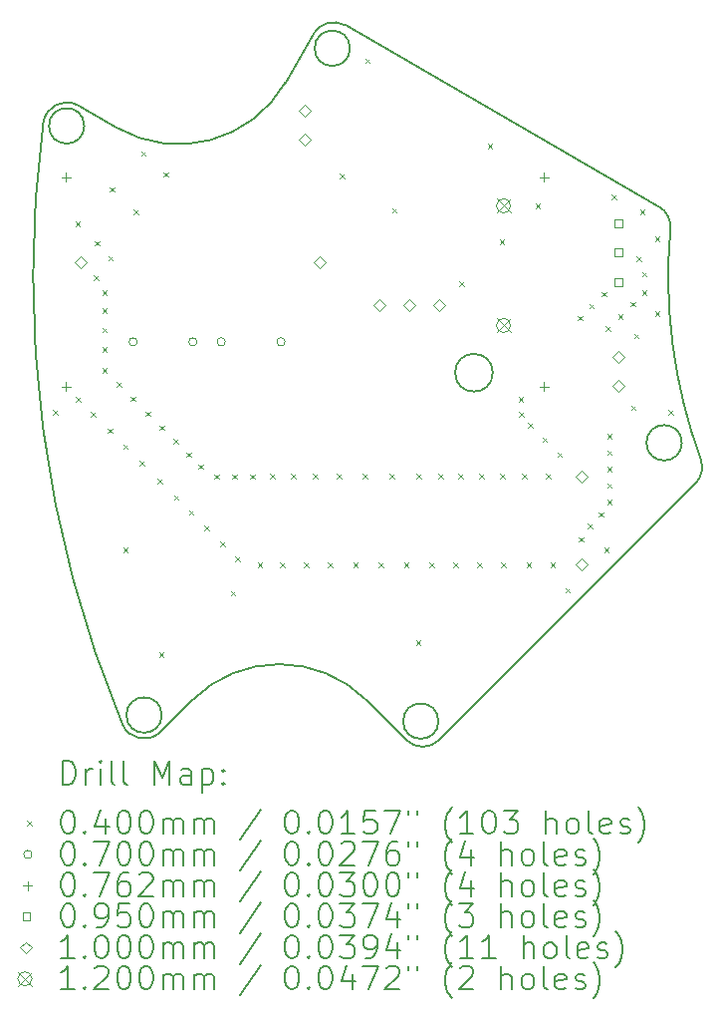
<source format=gbr>
%FSLAX45Y45*%
G04 Gerber Fmt 4.5, Leading zero omitted, Abs format (unit mm)*
G04 Created by KiCad (PCBNEW (6.0.5)) date 2023-02-27 23:38:15*
%MOMM*%
%LPD*%
G01*
G04 APERTURE LIST*
%TA.AperFunction,Profile*%
%ADD10C,0.200000*%
%TD*%
%ADD11C,0.200000*%
%ADD12C,0.040000*%
%ADD13C,0.070000*%
%ADD14C,0.076200*%
%ADD15C,0.095000*%
%ADD16C,0.100000*%
%ADD17C,0.120000*%
G04 APERTURE END LIST*
D10*
X11409673Y-7390691D02*
G75*
G03*
X11111438Y-7537492I-100003J-173179D01*
G01*
X16343988Y-8247616D02*
X13680868Y-6710072D01*
X11459692Y-7563863D02*
G75*
G03*
X11459692Y-7563863I-150000J0D01*
G01*
X13407668Y-6783272D02*
X13170154Y-7194657D01*
X11735865Y-7579005D02*
X11409671Y-7390694D01*
X14470622Y-12618822D02*
G75*
G03*
X14470622Y-12618822I-150000J0D01*
G01*
X14932918Y-9659822D02*
G75*
G03*
X14932918Y-9659822I-160000J0D01*
G01*
X12118357Y-12566924D02*
G75*
G03*
X12118357Y-12566924I-150000J0D01*
G01*
X13680870Y-6710069D02*
G75*
G03*
X13407668Y-6783272I-100000J-173201D01*
G01*
X13861001Y-12442045D02*
G75*
G03*
X12376078Y-12442045I-742461J-742465D01*
G01*
X11783717Y-12643694D02*
G75*
G03*
X12109778Y-12708345I184653J76724D01*
G01*
X11111435Y-7537492D02*
G75*
G03*
X11783684Y-12643708I9813535J-1305378D01*
G01*
X16443217Y-8438784D02*
G75*
G03*
X16343988Y-8247616I-199247J17914D01*
G01*
X11735865Y-7579005D02*
G75*
G03*
X13170154Y-7194657I524963J909348D01*
G01*
X14479721Y-12777920D02*
X16654135Y-10603487D01*
X12109778Y-12708345D02*
X12376078Y-12442045D01*
X14196878Y-12777919D02*
G75*
G03*
X14479721Y-12777920I141422J141420D01*
G01*
X13718373Y-6904923D02*
G75*
G03*
X13718373Y-6904923I-150000J0D01*
G01*
X13861002Y-12442044D02*
X14196878Y-12777919D01*
X16539795Y-10255112D02*
G75*
G03*
X16539795Y-10255112I-150000J0D01*
G01*
X16654133Y-10603485D02*
G75*
G03*
X16700480Y-10393173I-141363J141415D01*
G01*
X16443177Y-8438781D02*
G75*
G03*
X16700480Y-10393173I4481793J-404089D01*
G01*
D11*
D12*
X11194100Y-9974900D02*
X11234100Y-10014900D01*
X11234100Y-9974900D02*
X11194100Y-10014900D01*
X11384600Y-8374700D02*
X11424600Y-8414700D01*
X11424600Y-8374700D02*
X11384600Y-8414700D01*
X11390950Y-9866950D02*
X11430950Y-9906950D01*
X11430950Y-9866950D02*
X11390950Y-9906950D01*
X11517950Y-9993950D02*
X11557950Y-10033950D01*
X11557950Y-9993950D02*
X11517950Y-10033950D01*
X11538575Y-8830325D02*
X11578575Y-8870325D01*
X11578575Y-8830325D02*
X11538575Y-8870325D01*
X11549700Y-8539800D02*
X11589700Y-8579800D01*
X11589700Y-8539800D02*
X11549700Y-8579800D01*
X11613200Y-8958900D02*
X11653200Y-8998900D01*
X11653200Y-8958900D02*
X11613200Y-8998900D01*
X11613200Y-9111300D02*
X11653200Y-9151300D01*
X11653200Y-9111300D02*
X11613200Y-9151300D01*
X11613200Y-9276400D02*
X11653200Y-9316400D01*
X11653200Y-9276400D02*
X11613200Y-9316400D01*
X11613200Y-9441500D02*
X11653200Y-9481500D01*
X11653200Y-9441500D02*
X11613200Y-9481500D01*
X11613200Y-9619300D02*
X11653200Y-9659300D01*
X11653200Y-9619300D02*
X11613200Y-9659300D01*
X11657650Y-10133650D02*
X11697650Y-10173650D01*
X11697650Y-10133650D02*
X11657650Y-10173650D01*
X11664000Y-8666800D02*
X11704000Y-8706800D01*
X11704000Y-8666800D02*
X11664000Y-8706800D01*
X11676700Y-8082600D02*
X11716700Y-8122600D01*
X11716700Y-8082600D02*
X11676700Y-8122600D01*
X11733850Y-9739950D02*
X11773850Y-9779950D01*
X11773850Y-9739950D02*
X11733850Y-9779950D01*
X11791000Y-10267000D02*
X11831000Y-10307000D01*
X11831000Y-10267000D02*
X11791000Y-10307000D01*
X11791000Y-11143300D02*
X11831000Y-11183300D01*
X11831000Y-11143300D02*
X11791000Y-11183300D01*
X11854500Y-9860600D02*
X11894500Y-9900600D01*
X11894500Y-9860600D02*
X11854500Y-9900600D01*
X11879900Y-8273100D02*
X11919900Y-8313100D01*
X11919900Y-8273100D02*
X11879900Y-8313100D01*
X11930700Y-10406700D02*
X11970700Y-10446700D01*
X11970700Y-10406700D02*
X11930700Y-10446700D01*
X11943400Y-7777800D02*
X11983400Y-7817800D01*
X11983400Y-7777800D02*
X11943400Y-7817800D01*
X11981500Y-9987600D02*
X12021500Y-10027600D01*
X12021500Y-9987600D02*
X11981500Y-10027600D01*
X12083100Y-10559100D02*
X12123100Y-10599100D01*
X12123100Y-10559100D02*
X12083100Y-10599100D01*
X12095800Y-12032300D02*
X12135800Y-12072300D01*
X12135800Y-12032300D02*
X12095800Y-12072300D01*
X12102150Y-10108250D02*
X12142150Y-10148250D01*
X12142150Y-10108250D02*
X12102150Y-10148250D01*
X12133900Y-7955600D02*
X12173900Y-7995600D01*
X12173900Y-7955600D02*
X12133900Y-7995600D01*
X12216450Y-10222550D02*
X12256450Y-10262550D01*
X12256450Y-10222550D02*
X12216450Y-10262550D01*
X12222800Y-10698800D02*
X12262800Y-10738800D01*
X12262800Y-10698800D02*
X12222800Y-10738800D01*
X12330750Y-10336850D02*
X12370750Y-10376850D01*
X12370750Y-10336850D02*
X12330750Y-10376850D01*
X12349800Y-10825800D02*
X12389800Y-10865800D01*
X12389800Y-10825800D02*
X12349800Y-10865800D01*
X12432350Y-10438450D02*
X12472350Y-10478450D01*
X12472350Y-10438450D02*
X12432350Y-10478450D01*
X12483150Y-10959150D02*
X12523150Y-10999150D01*
X12523150Y-10959150D02*
X12483150Y-10999150D01*
X12565700Y-10521000D02*
X12605700Y-10561000D01*
X12605700Y-10521000D02*
X12565700Y-10561000D01*
X12616500Y-11092500D02*
X12656500Y-11132500D01*
X12656500Y-11092500D02*
X12616500Y-11132500D01*
X12705400Y-11511600D02*
X12745400Y-11551600D01*
X12745400Y-11511600D02*
X12705400Y-11551600D01*
X12718100Y-10521000D02*
X12758100Y-10561000D01*
X12758100Y-10521000D02*
X12718100Y-10561000D01*
X12743500Y-11219500D02*
X12783500Y-11259500D01*
X12783500Y-11219500D02*
X12743500Y-11259500D01*
X12870500Y-10521000D02*
X12910500Y-10561000D01*
X12910500Y-10521000D02*
X12870500Y-10561000D01*
X12934000Y-11270300D02*
X12974000Y-11310300D01*
X12974000Y-11270300D02*
X12934000Y-11310300D01*
X13036300Y-10520300D02*
X13076300Y-10560300D01*
X13076300Y-10520300D02*
X13036300Y-10560300D01*
X13124500Y-11270300D02*
X13164500Y-11310300D01*
X13164500Y-11270300D02*
X13124500Y-11310300D01*
X13214100Y-10520300D02*
X13254100Y-10560300D01*
X13254100Y-10520300D02*
X13214100Y-10560300D01*
X13327700Y-11270300D02*
X13367700Y-11310300D01*
X13367700Y-11270300D02*
X13327700Y-11310300D01*
X13404600Y-10520300D02*
X13444600Y-10560300D01*
X13444600Y-10520300D02*
X13404600Y-10560300D01*
X13530900Y-11270300D02*
X13570900Y-11310300D01*
X13570900Y-11270300D02*
X13530900Y-11310300D01*
X13607800Y-10520300D02*
X13647800Y-10560300D01*
X13647800Y-10520300D02*
X13607800Y-10560300D01*
X13632500Y-7968300D02*
X13672500Y-8008300D01*
X13672500Y-7968300D02*
X13632500Y-8008300D01*
X13746800Y-11270300D02*
X13786800Y-11310300D01*
X13786800Y-11270300D02*
X13746800Y-11310300D01*
X13823700Y-10520300D02*
X13863700Y-10560300D01*
X13863700Y-10520300D02*
X13823700Y-10560300D01*
X13848400Y-6990400D02*
X13888400Y-7030400D01*
X13888400Y-6990400D02*
X13848400Y-7030400D01*
X13962700Y-11270300D02*
X14002700Y-11310300D01*
X14002700Y-11270300D02*
X13962700Y-11310300D01*
X14052300Y-10520300D02*
X14092300Y-10560300D01*
X14092300Y-10520300D02*
X14052300Y-10560300D01*
X14077000Y-8260400D02*
X14117000Y-8300400D01*
X14117000Y-8260400D02*
X14077000Y-8300400D01*
X14178600Y-11270300D02*
X14218600Y-11310300D01*
X14218600Y-11270300D02*
X14178600Y-11310300D01*
X14280200Y-11930700D02*
X14320200Y-11970700D01*
X14320200Y-11930700D02*
X14280200Y-11970700D01*
X14280900Y-10520300D02*
X14320900Y-10560300D01*
X14320900Y-10520300D02*
X14280900Y-10560300D01*
X14394500Y-11270300D02*
X14434500Y-11310300D01*
X14434500Y-11270300D02*
X14394500Y-11310300D01*
X14471400Y-10520300D02*
X14511400Y-10560300D01*
X14511400Y-10520300D02*
X14471400Y-10560300D01*
X14597700Y-11270300D02*
X14637700Y-11310300D01*
X14637700Y-11270300D02*
X14597700Y-11310300D01*
X14636500Y-10520300D02*
X14676500Y-10560300D01*
X14676500Y-10520300D02*
X14636500Y-10560300D01*
X14648500Y-8882700D02*
X14688500Y-8922700D01*
X14688500Y-8882700D02*
X14648500Y-8922700D01*
X14800900Y-11270300D02*
X14840900Y-11310300D01*
X14840900Y-11270300D02*
X14800900Y-11310300D01*
X14814300Y-10520300D02*
X14854300Y-10560300D01*
X14854300Y-10520300D02*
X14814300Y-10560300D01*
X14889800Y-7714300D02*
X14929800Y-7754300D01*
X14929800Y-7714300D02*
X14889800Y-7754300D01*
X14991400Y-8527100D02*
X15031400Y-8567100D01*
X15031400Y-8527100D02*
X14991400Y-8567100D01*
X14992100Y-10520300D02*
X15032100Y-10560300D01*
X15032100Y-10520300D02*
X14992100Y-10560300D01*
X15004100Y-11270300D02*
X15044100Y-11310300D01*
X15044100Y-11270300D02*
X15004100Y-11310300D01*
X15150849Y-9866251D02*
X15190849Y-9906251D01*
X15190849Y-9866251D02*
X15150849Y-9906251D01*
X15153370Y-9990730D02*
X15193370Y-10030730D01*
X15193370Y-9990730D02*
X15153370Y-10030730D01*
X15182600Y-10520300D02*
X15222600Y-10560300D01*
X15222600Y-10520300D02*
X15182600Y-10560300D01*
X15220000Y-11270300D02*
X15260000Y-11310300D01*
X15260000Y-11270300D02*
X15220000Y-11310300D01*
X15233050Y-10088850D02*
X15273050Y-10128850D01*
X15273050Y-10088850D02*
X15233050Y-10128850D01*
X15296200Y-8222300D02*
X15336200Y-8262300D01*
X15336200Y-8222300D02*
X15296200Y-8262300D01*
X15353700Y-10209500D02*
X15393700Y-10249500D01*
X15393700Y-10209500D02*
X15353700Y-10249500D01*
X15385800Y-10520300D02*
X15425800Y-10560300D01*
X15425800Y-10520300D02*
X15385800Y-10560300D01*
X15423200Y-11270300D02*
X15463200Y-11310300D01*
X15463200Y-11270300D02*
X15423200Y-11310300D01*
X15480700Y-10336500D02*
X15520700Y-10376500D01*
X15520700Y-10336500D02*
X15480700Y-10376500D01*
X15550200Y-11486200D02*
X15590200Y-11526200D01*
X15590200Y-11486200D02*
X15550200Y-11526200D01*
X15652800Y-9175800D02*
X15692800Y-9215800D01*
X15692800Y-9175800D02*
X15652800Y-9215800D01*
X15664500Y-11054400D02*
X15704500Y-11094400D01*
X15704500Y-11054400D02*
X15664500Y-11094400D01*
X15740700Y-10940100D02*
X15780700Y-10980100D01*
X15780700Y-10940100D02*
X15740700Y-10980100D01*
X15753400Y-9073200D02*
X15793400Y-9113200D01*
X15793400Y-9073200D02*
X15753400Y-9113200D01*
X15835950Y-10844850D02*
X15875950Y-10884850D01*
X15875950Y-10844850D02*
X15835950Y-10884850D01*
X15856000Y-8972600D02*
X15896000Y-9012600D01*
X15896000Y-8972600D02*
X15856000Y-9012600D01*
X15880400Y-11143300D02*
X15920400Y-11183300D01*
X15920400Y-11143300D02*
X15880400Y-11183300D01*
X15893100Y-9263700D02*
X15933100Y-9303700D01*
X15933100Y-9263700D02*
X15893100Y-9303700D01*
X15905800Y-10178100D02*
X15945800Y-10218100D01*
X15945800Y-10178100D02*
X15905800Y-10218100D01*
X15905800Y-10317800D02*
X15945800Y-10357800D01*
X15945800Y-10317800D02*
X15905800Y-10357800D01*
X15905800Y-10457500D02*
X15945800Y-10497500D01*
X15945800Y-10457500D02*
X15905800Y-10497500D01*
X15905800Y-10597200D02*
X15945800Y-10637200D01*
X15945800Y-10597200D02*
X15905800Y-10637200D01*
X15905800Y-10736900D02*
X15945800Y-10776900D01*
X15945800Y-10736900D02*
X15905800Y-10776900D01*
X15943900Y-8146100D02*
X15983900Y-8186100D01*
X15983900Y-8146100D02*
X15943900Y-8186100D01*
X15997829Y-9165230D02*
X16037829Y-9205230D01*
X16037829Y-9165230D02*
X15997829Y-9205230D01*
X16105779Y-9057280D02*
X16145779Y-9097280D01*
X16145779Y-9057280D02*
X16105779Y-9097280D01*
X16109000Y-9936800D02*
X16149000Y-9976800D01*
X16149000Y-9936800D02*
X16109000Y-9976800D01*
X16134400Y-9327200D02*
X16174400Y-9367200D01*
X16174400Y-9327200D02*
X16134400Y-9367200D01*
X16153450Y-8673150D02*
X16193450Y-8713150D01*
X16193450Y-8673150D02*
X16153450Y-8713150D01*
X16185200Y-8273100D02*
X16225200Y-8313100D01*
X16225200Y-8273100D02*
X16185200Y-8313100D01*
X16201952Y-8802448D02*
X16241952Y-8842448D01*
X16241952Y-8802448D02*
X16201952Y-8842448D01*
X16201952Y-8961107D02*
X16241952Y-9001107D01*
X16241952Y-8961107D02*
X16201952Y-9001107D01*
X16312200Y-8501700D02*
X16352200Y-8541700D01*
X16352200Y-8501700D02*
X16312200Y-8541700D01*
X16312200Y-9136700D02*
X16352200Y-9176700D01*
X16352200Y-9136700D02*
X16312200Y-9176700D01*
X16426500Y-9974900D02*
X16466500Y-10014900D01*
X16466500Y-9974900D02*
X16426500Y-10014900D01*
D13*
X11910000Y-9398000D02*
G75*
G03*
X11910000Y-9398000I-35000J0D01*
G01*
X12418000Y-9398000D02*
G75*
G03*
X12418000Y-9398000I-35000J0D01*
G01*
X12658800Y-9398000D02*
G75*
G03*
X12658800Y-9398000I-35000J0D01*
G01*
X13166800Y-9398000D02*
G75*
G03*
X13166800Y-9398000I-35000J0D01*
G01*
D14*
X11303000Y-7962900D02*
X11303000Y-8039100D01*
X11264900Y-8001000D02*
X11341100Y-8001000D01*
X11303000Y-9740900D02*
X11303000Y-9817100D01*
X11264900Y-9779000D02*
X11341100Y-9779000D01*
X15367000Y-7962900D02*
X15367000Y-8039100D01*
X15328900Y-8001000D02*
X15405100Y-8001000D01*
X15367000Y-9740900D02*
X15367000Y-9817100D01*
X15328900Y-9779000D02*
X15405100Y-9779000D01*
D15*
X16035588Y-8423588D02*
X16035588Y-8356412D01*
X15968412Y-8356412D01*
X15968412Y-8423588D01*
X16035588Y-8423588D01*
X16035588Y-8673588D02*
X16035588Y-8606412D01*
X15968412Y-8606412D01*
X15968412Y-8673588D01*
X16035588Y-8673588D01*
X16035588Y-8923588D02*
X16035588Y-8856412D01*
X15968412Y-8856412D01*
X15968412Y-8923588D01*
X16035588Y-8923588D01*
D16*
X11430000Y-8771750D02*
X11480000Y-8721750D01*
X11430000Y-8671750D01*
X11380000Y-8721750D01*
X11430000Y-8771750D01*
X13335000Y-7483500D02*
X13385000Y-7433500D01*
X13335000Y-7383500D01*
X13285000Y-7433500D01*
X13335000Y-7483500D01*
X13335000Y-7733500D02*
X13385000Y-7683500D01*
X13335000Y-7633500D01*
X13285000Y-7683500D01*
X13335000Y-7733500D01*
X13462000Y-8771750D02*
X13512000Y-8721750D01*
X13462000Y-8671750D01*
X13412000Y-8721750D01*
X13462000Y-8771750D01*
X13970000Y-9136100D02*
X14020000Y-9086100D01*
X13970000Y-9036100D01*
X13920000Y-9086100D01*
X13970000Y-9136100D01*
X14224000Y-9136100D02*
X14274000Y-9086100D01*
X14224000Y-9036100D01*
X14174000Y-9086100D01*
X14224000Y-9136100D01*
X14478000Y-9136100D02*
X14528000Y-9086100D01*
X14478000Y-9036100D01*
X14428000Y-9086100D01*
X14478000Y-9136100D01*
X15684500Y-10590300D02*
X15734500Y-10540300D01*
X15684500Y-10490300D01*
X15634500Y-10540300D01*
X15684500Y-10590300D01*
X15684500Y-11340300D02*
X15734500Y-11290300D01*
X15684500Y-11240300D01*
X15634500Y-11290300D01*
X15684500Y-11340300D01*
X16002000Y-9575000D02*
X16052000Y-9525000D01*
X16002000Y-9475000D01*
X15952000Y-9525000D01*
X16002000Y-9575000D01*
X16002000Y-9825000D02*
X16052000Y-9775000D01*
X16002000Y-9725000D01*
X15952000Y-9775000D01*
X16002000Y-9825000D01*
D17*
X14964100Y-8182300D02*
X15084100Y-8302300D01*
X15084100Y-8182300D02*
X14964100Y-8302300D01*
X15084100Y-8242300D02*
G75*
G03*
X15084100Y-8242300I-60000J0D01*
G01*
X14964100Y-9198300D02*
X15084100Y-9318300D01*
X15084100Y-9198300D02*
X14964100Y-9318300D01*
X15084100Y-9258300D02*
G75*
G03*
X15084100Y-9258300I-60000J0D01*
G01*
D11*
X11272615Y-13156975D02*
X11272615Y-12956975D01*
X11320234Y-12956975D01*
X11348806Y-12966499D01*
X11367853Y-12985546D01*
X11377377Y-13004594D01*
X11386901Y-13042689D01*
X11386901Y-13071261D01*
X11377377Y-13109356D01*
X11367853Y-13128403D01*
X11348806Y-13147451D01*
X11320234Y-13156975D01*
X11272615Y-13156975D01*
X11472615Y-13156975D02*
X11472615Y-13023642D01*
X11472615Y-13061737D02*
X11482139Y-13042689D01*
X11491663Y-13033165D01*
X11510710Y-13023642D01*
X11529758Y-13023642D01*
X11596425Y-13156975D02*
X11596425Y-13023642D01*
X11596425Y-12956975D02*
X11586901Y-12966499D01*
X11596425Y-12976023D01*
X11605949Y-12966499D01*
X11596425Y-12956975D01*
X11596425Y-12976023D01*
X11720234Y-13156975D02*
X11701187Y-13147451D01*
X11691663Y-13128403D01*
X11691663Y-12956975D01*
X11824996Y-13156975D02*
X11805949Y-13147451D01*
X11796425Y-13128403D01*
X11796425Y-12956975D01*
X12053568Y-13156975D02*
X12053568Y-12956975D01*
X12120234Y-13099832D01*
X12186901Y-12956975D01*
X12186901Y-13156975D01*
X12367853Y-13156975D02*
X12367853Y-13052213D01*
X12358330Y-13033165D01*
X12339282Y-13023642D01*
X12301187Y-13023642D01*
X12282139Y-13033165D01*
X12367853Y-13147451D02*
X12348806Y-13156975D01*
X12301187Y-13156975D01*
X12282139Y-13147451D01*
X12272615Y-13128403D01*
X12272615Y-13109356D01*
X12282139Y-13090308D01*
X12301187Y-13080784D01*
X12348806Y-13080784D01*
X12367853Y-13071261D01*
X12463091Y-13023642D02*
X12463091Y-13223642D01*
X12463091Y-13033165D02*
X12482139Y-13023642D01*
X12520234Y-13023642D01*
X12539282Y-13033165D01*
X12548806Y-13042689D01*
X12558330Y-13061737D01*
X12558330Y-13118880D01*
X12548806Y-13137927D01*
X12539282Y-13147451D01*
X12520234Y-13156975D01*
X12482139Y-13156975D01*
X12463091Y-13147451D01*
X12644044Y-13137927D02*
X12653568Y-13147451D01*
X12644044Y-13156975D01*
X12634520Y-13147451D01*
X12644044Y-13137927D01*
X12644044Y-13156975D01*
X12644044Y-13033165D02*
X12653568Y-13042689D01*
X12644044Y-13052213D01*
X12634520Y-13042689D01*
X12644044Y-13033165D01*
X12644044Y-13052213D01*
D12*
X10974996Y-13466499D02*
X11014996Y-13506499D01*
X11014996Y-13466499D02*
X10974996Y-13506499D01*
D11*
X11310710Y-13376975D02*
X11329758Y-13376975D01*
X11348806Y-13386499D01*
X11358330Y-13396023D01*
X11367853Y-13415070D01*
X11377377Y-13453165D01*
X11377377Y-13500784D01*
X11367853Y-13538880D01*
X11358330Y-13557927D01*
X11348806Y-13567451D01*
X11329758Y-13576975D01*
X11310710Y-13576975D01*
X11291663Y-13567451D01*
X11282139Y-13557927D01*
X11272615Y-13538880D01*
X11263091Y-13500784D01*
X11263091Y-13453165D01*
X11272615Y-13415070D01*
X11282139Y-13396023D01*
X11291663Y-13386499D01*
X11310710Y-13376975D01*
X11463091Y-13557927D02*
X11472615Y-13567451D01*
X11463091Y-13576975D01*
X11453568Y-13567451D01*
X11463091Y-13557927D01*
X11463091Y-13576975D01*
X11644044Y-13443642D02*
X11644044Y-13576975D01*
X11596425Y-13367451D02*
X11548806Y-13510308D01*
X11672615Y-13510308D01*
X11786901Y-13376975D02*
X11805949Y-13376975D01*
X11824996Y-13386499D01*
X11834520Y-13396023D01*
X11844044Y-13415070D01*
X11853568Y-13453165D01*
X11853568Y-13500784D01*
X11844044Y-13538880D01*
X11834520Y-13557927D01*
X11824996Y-13567451D01*
X11805949Y-13576975D01*
X11786901Y-13576975D01*
X11767853Y-13567451D01*
X11758330Y-13557927D01*
X11748806Y-13538880D01*
X11739282Y-13500784D01*
X11739282Y-13453165D01*
X11748806Y-13415070D01*
X11758330Y-13396023D01*
X11767853Y-13386499D01*
X11786901Y-13376975D01*
X11977377Y-13376975D02*
X11996425Y-13376975D01*
X12015472Y-13386499D01*
X12024996Y-13396023D01*
X12034520Y-13415070D01*
X12044044Y-13453165D01*
X12044044Y-13500784D01*
X12034520Y-13538880D01*
X12024996Y-13557927D01*
X12015472Y-13567451D01*
X11996425Y-13576975D01*
X11977377Y-13576975D01*
X11958330Y-13567451D01*
X11948806Y-13557927D01*
X11939282Y-13538880D01*
X11929758Y-13500784D01*
X11929758Y-13453165D01*
X11939282Y-13415070D01*
X11948806Y-13396023D01*
X11958330Y-13386499D01*
X11977377Y-13376975D01*
X12129758Y-13576975D02*
X12129758Y-13443642D01*
X12129758Y-13462689D02*
X12139282Y-13453165D01*
X12158330Y-13443642D01*
X12186901Y-13443642D01*
X12205949Y-13453165D01*
X12215472Y-13472213D01*
X12215472Y-13576975D01*
X12215472Y-13472213D02*
X12224996Y-13453165D01*
X12244044Y-13443642D01*
X12272615Y-13443642D01*
X12291663Y-13453165D01*
X12301187Y-13472213D01*
X12301187Y-13576975D01*
X12396425Y-13576975D02*
X12396425Y-13443642D01*
X12396425Y-13462689D02*
X12405949Y-13453165D01*
X12424996Y-13443642D01*
X12453568Y-13443642D01*
X12472615Y-13453165D01*
X12482139Y-13472213D01*
X12482139Y-13576975D01*
X12482139Y-13472213D02*
X12491663Y-13453165D01*
X12510710Y-13443642D01*
X12539282Y-13443642D01*
X12558330Y-13453165D01*
X12567853Y-13472213D01*
X12567853Y-13576975D01*
X12958330Y-13367451D02*
X12786901Y-13624594D01*
X13215472Y-13376975D02*
X13234520Y-13376975D01*
X13253568Y-13386499D01*
X13263091Y-13396023D01*
X13272615Y-13415070D01*
X13282139Y-13453165D01*
X13282139Y-13500784D01*
X13272615Y-13538880D01*
X13263091Y-13557927D01*
X13253568Y-13567451D01*
X13234520Y-13576975D01*
X13215472Y-13576975D01*
X13196425Y-13567451D01*
X13186901Y-13557927D01*
X13177377Y-13538880D01*
X13167853Y-13500784D01*
X13167853Y-13453165D01*
X13177377Y-13415070D01*
X13186901Y-13396023D01*
X13196425Y-13386499D01*
X13215472Y-13376975D01*
X13367853Y-13557927D02*
X13377377Y-13567451D01*
X13367853Y-13576975D01*
X13358330Y-13567451D01*
X13367853Y-13557927D01*
X13367853Y-13576975D01*
X13501187Y-13376975D02*
X13520234Y-13376975D01*
X13539282Y-13386499D01*
X13548806Y-13396023D01*
X13558330Y-13415070D01*
X13567853Y-13453165D01*
X13567853Y-13500784D01*
X13558330Y-13538880D01*
X13548806Y-13557927D01*
X13539282Y-13567451D01*
X13520234Y-13576975D01*
X13501187Y-13576975D01*
X13482139Y-13567451D01*
X13472615Y-13557927D01*
X13463091Y-13538880D01*
X13453568Y-13500784D01*
X13453568Y-13453165D01*
X13463091Y-13415070D01*
X13472615Y-13396023D01*
X13482139Y-13386499D01*
X13501187Y-13376975D01*
X13758330Y-13576975D02*
X13644044Y-13576975D01*
X13701187Y-13576975D02*
X13701187Y-13376975D01*
X13682139Y-13405546D01*
X13663091Y-13424594D01*
X13644044Y-13434118D01*
X13939282Y-13376975D02*
X13844044Y-13376975D01*
X13834520Y-13472213D01*
X13844044Y-13462689D01*
X13863091Y-13453165D01*
X13910710Y-13453165D01*
X13929758Y-13462689D01*
X13939282Y-13472213D01*
X13948806Y-13491261D01*
X13948806Y-13538880D01*
X13939282Y-13557927D01*
X13929758Y-13567451D01*
X13910710Y-13576975D01*
X13863091Y-13576975D01*
X13844044Y-13567451D01*
X13834520Y-13557927D01*
X14015472Y-13376975D02*
X14148806Y-13376975D01*
X14063091Y-13576975D01*
X14215472Y-13376975D02*
X14215472Y-13415070D01*
X14291663Y-13376975D02*
X14291663Y-13415070D01*
X14586901Y-13653165D02*
X14577377Y-13643642D01*
X14558330Y-13615070D01*
X14548806Y-13596023D01*
X14539282Y-13567451D01*
X14529758Y-13519832D01*
X14529758Y-13481737D01*
X14539282Y-13434118D01*
X14548806Y-13405546D01*
X14558330Y-13386499D01*
X14577377Y-13357927D01*
X14586901Y-13348403D01*
X14767853Y-13576975D02*
X14653568Y-13576975D01*
X14710710Y-13576975D02*
X14710710Y-13376975D01*
X14691663Y-13405546D01*
X14672615Y-13424594D01*
X14653568Y-13434118D01*
X14891663Y-13376975D02*
X14910710Y-13376975D01*
X14929758Y-13386499D01*
X14939282Y-13396023D01*
X14948806Y-13415070D01*
X14958330Y-13453165D01*
X14958330Y-13500784D01*
X14948806Y-13538880D01*
X14939282Y-13557927D01*
X14929758Y-13567451D01*
X14910710Y-13576975D01*
X14891663Y-13576975D01*
X14872615Y-13567451D01*
X14863091Y-13557927D01*
X14853568Y-13538880D01*
X14844044Y-13500784D01*
X14844044Y-13453165D01*
X14853568Y-13415070D01*
X14863091Y-13396023D01*
X14872615Y-13386499D01*
X14891663Y-13376975D01*
X15024996Y-13376975D02*
X15148806Y-13376975D01*
X15082139Y-13453165D01*
X15110710Y-13453165D01*
X15129758Y-13462689D01*
X15139282Y-13472213D01*
X15148806Y-13491261D01*
X15148806Y-13538880D01*
X15139282Y-13557927D01*
X15129758Y-13567451D01*
X15110710Y-13576975D01*
X15053568Y-13576975D01*
X15034520Y-13567451D01*
X15024996Y-13557927D01*
X15386901Y-13576975D02*
X15386901Y-13376975D01*
X15472615Y-13576975D02*
X15472615Y-13472213D01*
X15463091Y-13453165D01*
X15444044Y-13443642D01*
X15415472Y-13443642D01*
X15396425Y-13453165D01*
X15386901Y-13462689D01*
X15596425Y-13576975D02*
X15577377Y-13567451D01*
X15567853Y-13557927D01*
X15558330Y-13538880D01*
X15558330Y-13481737D01*
X15567853Y-13462689D01*
X15577377Y-13453165D01*
X15596425Y-13443642D01*
X15624996Y-13443642D01*
X15644044Y-13453165D01*
X15653568Y-13462689D01*
X15663091Y-13481737D01*
X15663091Y-13538880D01*
X15653568Y-13557927D01*
X15644044Y-13567451D01*
X15624996Y-13576975D01*
X15596425Y-13576975D01*
X15777377Y-13576975D02*
X15758330Y-13567451D01*
X15748806Y-13548403D01*
X15748806Y-13376975D01*
X15929758Y-13567451D02*
X15910710Y-13576975D01*
X15872615Y-13576975D01*
X15853568Y-13567451D01*
X15844044Y-13548403D01*
X15844044Y-13472213D01*
X15853568Y-13453165D01*
X15872615Y-13443642D01*
X15910710Y-13443642D01*
X15929758Y-13453165D01*
X15939282Y-13472213D01*
X15939282Y-13491261D01*
X15844044Y-13510308D01*
X16015472Y-13567451D02*
X16034520Y-13576975D01*
X16072615Y-13576975D01*
X16091663Y-13567451D01*
X16101187Y-13548403D01*
X16101187Y-13538880D01*
X16091663Y-13519832D01*
X16072615Y-13510308D01*
X16044044Y-13510308D01*
X16024996Y-13500784D01*
X16015472Y-13481737D01*
X16015472Y-13472213D01*
X16024996Y-13453165D01*
X16044044Y-13443642D01*
X16072615Y-13443642D01*
X16091663Y-13453165D01*
X16167853Y-13653165D02*
X16177377Y-13643642D01*
X16196425Y-13615070D01*
X16205949Y-13596023D01*
X16215472Y-13567451D01*
X16224996Y-13519832D01*
X16224996Y-13481737D01*
X16215472Y-13434118D01*
X16205949Y-13405546D01*
X16196425Y-13386499D01*
X16177377Y-13357927D01*
X16167853Y-13348403D01*
D13*
X11014996Y-13750499D02*
G75*
G03*
X11014996Y-13750499I-35000J0D01*
G01*
D11*
X11310710Y-13640975D02*
X11329758Y-13640975D01*
X11348806Y-13650499D01*
X11358330Y-13660023D01*
X11367853Y-13679070D01*
X11377377Y-13717165D01*
X11377377Y-13764784D01*
X11367853Y-13802880D01*
X11358330Y-13821927D01*
X11348806Y-13831451D01*
X11329758Y-13840975D01*
X11310710Y-13840975D01*
X11291663Y-13831451D01*
X11282139Y-13821927D01*
X11272615Y-13802880D01*
X11263091Y-13764784D01*
X11263091Y-13717165D01*
X11272615Y-13679070D01*
X11282139Y-13660023D01*
X11291663Y-13650499D01*
X11310710Y-13640975D01*
X11463091Y-13821927D02*
X11472615Y-13831451D01*
X11463091Y-13840975D01*
X11453568Y-13831451D01*
X11463091Y-13821927D01*
X11463091Y-13840975D01*
X11539282Y-13640975D02*
X11672615Y-13640975D01*
X11586901Y-13840975D01*
X11786901Y-13640975D02*
X11805949Y-13640975D01*
X11824996Y-13650499D01*
X11834520Y-13660023D01*
X11844044Y-13679070D01*
X11853568Y-13717165D01*
X11853568Y-13764784D01*
X11844044Y-13802880D01*
X11834520Y-13821927D01*
X11824996Y-13831451D01*
X11805949Y-13840975D01*
X11786901Y-13840975D01*
X11767853Y-13831451D01*
X11758330Y-13821927D01*
X11748806Y-13802880D01*
X11739282Y-13764784D01*
X11739282Y-13717165D01*
X11748806Y-13679070D01*
X11758330Y-13660023D01*
X11767853Y-13650499D01*
X11786901Y-13640975D01*
X11977377Y-13640975D02*
X11996425Y-13640975D01*
X12015472Y-13650499D01*
X12024996Y-13660023D01*
X12034520Y-13679070D01*
X12044044Y-13717165D01*
X12044044Y-13764784D01*
X12034520Y-13802880D01*
X12024996Y-13821927D01*
X12015472Y-13831451D01*
X11996425Y-13840975D01*
X11977377Y-13840975D01*
X11958330Y-13831451D01*
X11948806Y-13821927D01*
X11939282Y-13802880D01*
X11929758Y-13764784D01*
X11929758Y-13717165D01*
X11939282Y-13679070D01*
X11948806Y-13660023D01*
X11958330Y-13650499D01*
X11977377Y-13640975D01*
X12129758Y-13840975D02*
X12129758Y-13707642D01*
X12129758Y-13726689D02*
X12139282Y-13717165D01*
X12158330Y-13707642D01*
X12186901Y-13707642D01*
X12205949Y-13717165D01*
X12215472Y-13736213D01*
X12215472Y-13840975D01*
X12215472Y-13736213D02*
X12224996Y-13717165D01*
X12244044Y-13707642D01*
X12272615Y-13707642D01*
X12291663Y-13717165D01*
X12301187Y-13736213D01*
X12301187Y-13840975D01*
X12396425Y-13840975D02*
X12396425Y-13707642D01*
X12396425Y-13726689D02*
X12405949Y-13717165D01*
X12424996Y-13707642D01*
X12453568Y-13707642D01*
X12472615Y-13717165D01*
X12482139Y-13736213D01*
X12482139Y-13840975D01*
X12482139Y-13736213D02*
X12491663Y-13717165D01*
X12510710Y-13707642D01*
X12539282Y-13707642D01*
X12558330Y-13717165D01*
X12567853Y-13736213D01*
X12567853Y-13840975D01*
X12958330Y-13631451D02*
X12786901Y-13888594D01*
X13215472Y-13640975D02*
X13234520Y-13640975D01*
X13253568Y-13650499D01*
X13263091Y-13660023D01*
X13272615Y-13679070D01*
X13282139Y-13717165D01*
X13282139Y-13764784D01*
X13272615Y-13802880D01*
X13263091Y-13821927D01*
X13253568Y-13831451D01*
X13234520Y-13840975D01*
X13215472Y-13840975D01*
X13196425Y-13831451D01*
X13186901Y-13821927D01*
X13177377Y-13802880D01*
X13167853Y-13764784D01*
X13167853Y-13717165D01*
X13177377Y-13679070D01*
X13186901Y-13660023D01*
X13196425Y-13650499D01*
X13215472Y-13640975D01*
X13367853Y-13821927D02*
X13377377Y-13831451D01*
X13367853Y-13840975D01*
X13358330Y-13831451D01*
X13367853Y-13821927D01*
X13367853Y-13840975D01*
X13501187Y-13640975D02*
X13520234Y-13640975D01*
X13539282Y-13650499D01*
X13548806Y-13660023D01*
X13558330Y-13679070D01*
X13567853Y-13717165D01*
X13567853Y-13764784D01*
X13558330Y-13802880D01*
X13548806Y-13821927D01*
X13539282Y-13831451D01*
X13520234Y-13840975D01*
X13501187Y-13840975D01*
X13482139Y-13831451D01*
X13472615Y-13821927D01*
X13463091Y-13802880D01*
X13453568Y-13764784D01*
X13453568Y-13717165D01*
X13463091Y-13679070D01*
X13472615Y-13660023D01*
X13482139Y-13650499D01*
X13501187Y-13640975D01*
X13644044Y-13660023D02*
X13653568Y-13650499D01*
X13672615Y-13640975D01*
X13720234Y-13640975D01*
X13739282Y-13650499D01*
X13748806Y-13660023D01*
X13758330Y-13679070D01*
X13758330Y-13698118D01*
X13748806Y-13726689D01*
X13634520Y-13840975D01*
X13758330Y-13840975D01*
X13824996Y-13640975D02*
X13958330Y-13640975D01*
X13872615Y-13840975D01*
X14120234Y-13640975D02*
X14082139Y-13640975D01*
X14063091Y-13650499D01*
X14053568Y-13660023D01*
X14034520Y-13688594D01*
X14024996Y-13726689D01*
X14024996Y-13802880D01*
X14034520Y-13821927D01*
X14044044Y-13831451D01*
X14063091Y-13840975D01*
X14101187Y-13840975D01*
X14120234Y-13831451D01*
X14129758Y-13821927D01*
X14139282Y-13802880D01*
X14139282Y-13755261D01*
X14129758Y-13736213D01*
X14120234Y-13726689D01*
X14101187Y-13717165D01*
X14063091Y-13717165D01*
X14044044Y-13726689D01*
X14034520Y-13736213D01*
X14024996Y-13755261D01*
X14215472Y-13640975D02*
X14215472Y-13679070D01*
X14291663Y-13640975D02*
X14291663Y-13679070D01*
X14586901Y-13917165D02*
X14577377Y-13907642D01*
X14558330Y-13879070D01*
X14548806Y-13860023D01*
X14539282Y-13831451D01*
X14529758Y-13783832D01*
X14529758Y-13745737D01*
X14539282Y-13698118D01*
X14548806Y-13669546D01*
X14558330Y-13650499D01*
X14577377Y-13621927D01*
X14586901Y-13612403D01*
X14748806Y-13707642D02*
X14748806Y-13840975D01*
X14701187Y-13631451D02*
X14653568Y-13774308D01*
X14777377Y-13774308D01*
X15005949Y-13840975D02*
X15005949Y-13640975D01*
X15091663Y-13840975D02*
X15091663Y-13736213D01*
X15082139Y-13717165D01*
X15063091Y-13707642D01*
X15034520Y-13707642D01*
X15015472Y-13717165D01*
X15005949Y-13726689D01*
X15215472Y-13840975D02*
X15196425Y-13831451D01*
X15186901Y-13821927D01*
X15177377Y-13802880D01*
X15177377Y-13745737D01*
X15186901Y-13726689D01*
X15196425Y-13717165D01*
X15215472Y-13707642D01*
X15244044Y-13707642D01*
X15263091Y-13717165D01*
X15272615Y-13726689D01*
X15282139Y-13745737D01*
X15282139Y-13802880D01*
X15272615Y-13821927D01*
X15263091Y-13831451D01*
X15244044Y-13840975D01*
X15215472Y-13840975D01*
X15396425Y-13840975D02*
X15377377Y-13831451D01*
X15367853Y-13812403D01*
X15367853Y-13640975D01*
X15548806Y-13831451D02*
X15529758Y-13840975D01*
X15491663Y-13840975D01*
X15472615Y-13831451D01*
X15463091Y-13812403D01*
X15463091Y-13736213D01*
X15472615Y-13717165D01*
X15491663Y-13707642D01*
X15529758Y-13707642D01*
X15548806Y-13717165D01*
X15558330Y-13736213D01*
X15558330Y-13755261D01*
X15463091Y-13774308D01*
X15634520Y-13831451D02*
X15653568Y-13840975D01*
X15691663Y-13840975D01*
X15710710Y-13831451D01*
X15720234Y-13812403D01*
X15720234Y-13802880D01*
X15710710Y-13783832D01*
X15691663Y-13774308D01*
X15663091Y-13774308D01*
X15644044Y-13764784D01*
X15634520Y-13745737D01*
X15634520Y-13736213D01*
X15644044Y-13717165D01*
X15663091Y-13707642D01*
X15691663Y-13707642D01*
X15710710Y-13717165D01*
X15786901Y-13917165D02*
X15796425Y-13907642D01*
X15815472Y-13879070D01*
X15824996Y-13860023D01*
X15834520Y-13831451D01*
X15844044Y-13783832D01*
X15844044Y-13745737D01*
X15834520Y-13698118D01*
X15824996Y-13669546D01*
X15815472Y-13650499D01*
X15796425Y-13621927D01*
X15786901Y-13612403D01*
D14*
X10976896Y-13976399D02*
X10976896Y-14052599D01*
X10938796Y-14014499D02*
X11014996Y-14014499D01*
D11*
X11310710Y-13904975D02*
X11329758Y-13904975D01*
X11348806Y-13914499D01*
X11358330Y-13924023D01*
X11367853Y-13943070D01*
X11377377Y-13981165D01*
X11377377Y-14028784D01*
X11367853Y-14066880D01*
X11358330Y-14085927D01*
X11348806Y-14095451D01*
X11329758Y-14104975D01*
X11310710Y-14104975D01*
X11291663Y-14095451D01*
X11282139Y-14085927D01*
X11272615Y-14066880D01*
X11263091Y-14028784D01*
X11263091Y-13981165D01*
X11272615Y-13943070D01*
X11282139Y-13924023D01*
X11291663Y-13914499D01*
X11310710Y-13904975D01*
X11463091Y-14085927D02*
X11472615Y-14095451D01*
X11463091Y-14104975D01*
X11453568Y-14095451D01*
X11463091Y-14085927D01*
X11463091Y-14104975D01*
X11539282Y-13904975D02*
X11672615Y-13904975D01*
X11586901Y-14104975D01*
X11834520Y-13904975D02*
X11796425Y-13904975D01*
X11777377Y-13914499D01*
X11767853Y-13924023D01*
X11748806Y-13952594D01*
X11739282Y-13990689D01*
X11739282Y-14066880D01*
X11748806Y-14085927D01*
X11758330Y-14095451D01*
X11777377Y-14104975D01*
X11815472Y-14104975D01*
X11834520Y-14095451D01*
X11844044Y-14085927D01*
X11853568Y-14066880D01*
X11853568Y-14019261D01*
X11844044Y-14000213D01*
X11834520Y-13990689D01*
X11815472Y-13981165D01*
X11777377Y-13981165D01*
X11758330Y-13990689D01*
X11748806Y-14000213D01*
X11739282Y-14019261D01*
X11929758Y-13924023D02*
X11939282Y-13914499D01*
X11958330Y-13904975D01*
X12005949Y-13904975D01*
X12024996Y-13914499D01*
X12034520Y-13924023D01*
X12044044Y-13943070D01*
X12044044Y-13962118D01*
X12034520Y-13990689D01*
X11920234Y-14104975D01*
X12044044Y-14104975D01*
X12129758Y-14104975D02*
X12129758Y-13971642D01*
X12129758Y-13990689D02*
X12139282Y-13981165D01*
X12158330Y-13971642D01*
X12186901Y-13971642D01*
X12205949Y-13981165D01*
X12215472Y-14000213D01*
X12215472Y-14104975D01*
X12215472Y-14000213D02*
X12224996Y-13981165D01*
X12244044Y-13971642D01*
X12272615Y-13971642D01*
X12291663Y-13981165D01*
X12301187Y-14000213D01*
X12301187Y-14104975D01*
X12396425Y-14104975D02*
X12396425Y-13971642D01*
X12396425Y-13990689D02*
X12405949Y-13981165D01*
X12424996Y-13971642D01*
X12453568Y-13971642D01*
X12472615Y-13981165D01*
X12482139Y-14000213D01*
X12482139Y-14104975D01*
X12482139Y-14000213D02*
X12491663Y-13981165D01*
X12510710Y-13971642D01*
X12539282Y-13971642D01*
X12558330Y-13981165D01*
X12567853Y-14000213D01*
X12567853Y-14104975D01*
X12958330Y-13895451D02*
X12786901Y-14152594D01*
X13215472Y-13904975D02*
X13234520Y-13904975D01*
X13253568Y-13914499D01*
X13263091Y-13924023D01*
X13272615Y-13943070D01*
X13282139Y-13981165D01*
X13282139Y-14028784D01*
X13272615Y-14066880D01*
X13263091Y-14085927D01*
X13253568Y-14095451D01*
X13234520Y-14104975D01*
X13215472Y-14104975D01*
X13196425Y-14095451D01*
X13186901Y-14085927D01*
X13177377Y-14066880D01*
X13167853Y-14028784D01*
X13167853Y-13981165D01*
X13177377Y-13943070D01*
X13186901Y-13924023D01*
X13196425Y-13914499D01*
X13215472Y-13904975D01*
X13367853Y-14085927D02*
X13377377Y-14095451D01*
X13367853Y-14104975D01*
X13358330Y-14095451D01*
X13367853Y-14085927D01*
X13367853Y-14104975D01*
X13501187Y-13904975D02*
X13520234Y-13904975D01*
X13539282Y-13914499D01*
X13548806Y-13924023D01*
X13558330Y-13943070D01*
X13567853Y-13981165D01*
X13567853Y-14028784D01*
X13558330Y-14066880D01*
X13548806Y-14085927D01*
X13539282Y-14095451D01*
X13520234Y-14104975D01*
X13501187Y-14104975D01*
X13482139Y-14095451D01*
X13472615Y-14085927D01*
X13463091Y-14066880D01*
X13453568Y-14028784D01*
X13453568Y-13981165D01*
X13463091Y-13943070D01*
X13472615Y-13924023D01*
X13482139Y-13914499D01*
X13501187Y-13904975D01*
X13634520Y-13904975D02*
X13758330Y-13904975D01*
X13691663Y-13981165D01*
X13720234Y-13981165D01*
X13739282Y-13990689D01*
X13748806Y-14000213D01*
X13758330Y-14019261D01*
X13758330Y-14066880D01*
X13748806Y-14085927D01*
X13739282Y-14095451D01*
X13720234Y-14104975D01*
X13663091Y-14104975D01*
X13644044Y-14095451D01*
X13634520Y-14085927D01*
X13882139Y-13904975D02*
X13901187Y-13904975D01*
X13920234Y-13914499D01*
X13929758Y-13924023D01*
X13939282Y-13943070D01*
X13948806Y-13981165D01*
X13948806Y-14028784D01*
X13939282Y-14066880D01*
X13929758Y-14085927D01*
X13920234Y-14095451D01*
X13901187Y-14104975D01*
X13882139Y-14104975D01*
X13863091Y-14095451D01*
X13853568Y-14085927D01*
X13844044Y-14066880D01*
X13834520Y-14028784D01*
X13834520Y-13981165D01*
X13844044Y-13943070D01*
X13853568Y-13924023D01*
X13863091Y-13914499D01*
X13882139Y-13904975D01*
X14072615Y-13904975D02*
X14091663Y-13904975D01*
X14110710Y-13914499D01*
X14120234Y-13924023D01*
X14129758Y-13943070D01*
X14139282Y-13981165D01*
X14139282Y-14028784D01*
X14129758Y-14066880D01*
X14120234Y-14085927D01*
X14110710Y-14095451D01*
X14091663Y-14104975D01*
X14072615Y-14104975D01*
X14053568Y-14095451D01*
X14044044Y-14085927D01*
X14034520Y-14066880D01*
X14024996Y-14028784D01*
X14024996Y-13981165D01*
X14034520Y-13943070D01*
X14044044Y-13924023D01*
X14053568Y-13914499D01*
X14072615Y-13904975D01*
X14215472Y-13904975D02*
X14215472Y-13943070D01*
X14291663Y-13904975D02*
X14291663Y-13943070D01*
X14586901Y-14181165D02*
X14577377Y-14171642D01*
X14558330Y-14143070D01*
X14548806Y-14124023D01*
X14539282Y-14095451D01*
X14529758Y-14047832D01*
X14529758Y-14009737D01*
X14539282Y-13962118D01*
X14548806Y-13933546D01*
X14558330Y-13914499D01*
X14577377Y-13885927D01*
X14586901Y-13876403D01*
X14748806Y-13971642D02*
X14748806Y-14104975D01*
X14701187Y-13895451D02*
X14653568Y-14038308D01*
X14777377Y-14038308D01*
X15005949Y-14104975D02*
X15005949Y-13904975D01*
X15091663Y-14104975D02*
X15091663Y-14000213D01*
X15082139Y-13981165D01*
X15063091Y-13971642D01*
X15034520Y-13971642D01*
X15015472Y-13981165D01*
X15005949Y-13990689D01*
X15215472Y-14104975D02*
X15196425Y-14095451D01*
X15186901Y-14085927D01*
X15177377Y-14066880D01*
X15177377Y-14009737D01*
X15186901Y-13990689D01*
X15196425Y-13981165D01*
X15215472Y-13971642D01*
X15244044Y-13971642D01*
X15263091Y-13981165D01*
X15272615Y-13990689D01*
X15282139Y-14009737D01*
X15282139Y-14066880D01*
X15272615Y-14085927D01*
X15263091Y-14095451D01*
X15244044Y-14104975D01*
X15215472Y-14104975D01*
X15396425Y-14104975D02*
X15377377Y-14095451D01*
X15367853Y-14076403D01*
X15367853Y-13904975D01*
X15548806Y-14095451D02*
X15529758Y-14104975D01*
X15491663Y-14104975D01*
X15472615Y-14095451D01*
X15463091Y-14076403D01*
X15463091Y-14000213D01*
X15472615Y-13981165D01*
X15491663Y-13971642D01*
X15529758Y-13971642D01*
X15548806Y-13981165D01*
X15558330Y-14000213D01*
X15558330Y-14019261D01*
X15463091Y-14038308D01*
X15634520Y-14095451D02*
X15653568Y-14104975D01*
X15691663Y-14104975D01*
X15710710Y-14095451D01*
X15720234Y-14076403D01*
X15720234Y-14066880D01*
X15710710Y-14047832D01*
X15691663Y-14038308D01*
X15663091Y-14038308D01*
X15644044Y-14028784D01*
X15634520Y-14009737D01*
X15634520Y-14000213D01*
X15644044Y-13981165D01*
X15663091Y-13971642D01*
X15691663Y-13971642D01*
X15710710Y-13981165D01*
X15786901Y-14181165D02*
X15796425Y-14171642D01*
X15815472Y-14143070D01*
X15824996Y-14124023D01*
X15834520Y-14095451D01*
X15844044Y-14047832D01*
X15844044Y-14009737D01*
X15834520Y-13962118D01*
X15824996Y-13933546D01*
X15815472Y-13914499D01*
X15796425Y-13885927D01*
X15786901Y-13876403D01*
D15*
X11001084Y-14312087D02*
X11001084Y-14244911D01*
X10933908Y-14244911D01*
X10933908Y-14312087D01*
X11001084Y-14312087D01*
D11*
X11310710Y-14168975D02*
X11329758Y-14168975D01*
X11348806Y-14178499D01*
X11358330Y-14188023D01*
X11367853Y-14207070D01*
X11377377Y-14245165D01*
X11377377Y-14292784D01*
X11367853Y-14330880D01*
X11358330Y-14349927D01*
X11348806Y-14359451D01*
X11329758Y-14368975D01*
X11310710Y-14368975D01*
X11291663Y-14359451D01*
X11282139Y-14349927D01*
X11272615Y-14330880D01*
X11263091Y-14292784D01*
X11263091Y-14245165D01*
X11272615Y-14207070D01*
X11282139Y-14188023D01*
X11291663Y-14178499D01*
X11310710Y-14168975D01*
X11463091Y-14349927D02*
X11472615Y-14359451D01*
X11463091Y-14368975D01*
X11453568Y-14359451D01*
X11463091Y-14349927D01*
X11463091Y-14368975D01*
X11567853Y-14368975D02*
X11605949Y-14368975D01*
X11624996Y-14359451D01*
X11634520Y-14349927D01*
X11653568Y-14321356D01*
X11663091Y-14283261D01*
X11663091Y-14207070D01*
X11653568Y-14188023D01*
X11644044Y-14178499D01*
X11624996Y-14168975D01*
X11586901Y-14168975D01*
X11567853Y-14178499D01*
X11558330Y-14188023D01*
X11548806Y-14207070D01*
X11548806Y-14254689D01*
X11558330Y-14273737D01*
X11567853Y-14283261D01*
X11586901Y-14292784D01*
X11624996Y-14292784D01*
X11644044Y-14283261D01*
X11653568Y-14273737D01*
X11663091Y-14254689D01*
X11844044Y-14168975D02*
X11748806Y-14168975D01*
X11739282Y-14264213D01*
X11748806Y-14254689D01*
X11767853Y-14245165D01*
X11815472Y-14245165D01*
X11834520Y-14254689D01*
X11844044Y-14264213D01*
X11853568Y-14283261D01*
X11853568Y-14330880D01*
X11844044Y-14349927D01*
X11834520Y-14359451D01*
X11815472Y-14368975D01*
X11767853Y-14368975D01*
X11748806Y-14359451D01*
X11739282Y-14349927D01*
X11977377Y-14168975D02*
X11996425Y-14168975D01*
X12015472Y-14178499D01*
X12024996Y-14188023D01*
X12034520Y-14207070D01*
X12044044Y-14245165D01*
X12044044Y-14292784D01*
X12034520Y-14330880D01*
X12024996Y-14349927D01*
X12015472Y-14359451D01*
X11996425Y-14368975D01*
X11977377Y-14368975D01*
X11958330Y-14359451D01*
X11948806Y-14349927D01*
X11939282Y-14330880D01*
X11929758Y-14292784D01*
X11929758Y-14245165D01*
X11939282Y-14207070D01*
X11948806Y-14188023D01*
X11958330Y-14178499D01*
X11977377Y-14168975D01*
X12129758Y-14368975D02*
X12129758Y-14235642D01*
X12129758Y-14254689D02*
X12139282Y-14245165D01*
X12158330Y-14235642D01*
X12186901Y-14235642D01*
X12205949Y-14245165D01*
X12215472Y-14264213D01*
X12215472Y-14368975D01*
X12215472Y-14264213D02*
X12224996Y-14245165D01*
X12244044Y-14235642D01*
X12272615Y-14235642D01*
X12291663Y-14245165D01*
X12301187Y-14264213D01*
X12301187Y-14368975D01*
X12396425Y-14368975D02*
X12396425Y-14235642D01*
X12396425Y-14254689D02*
X12405949Y-14245165D01*
X12424996Y-14235642D01*
X12453568Y-14235642D01*
X12472615Y-14245165D01*
X12482139Y-14264213D01*
X12482139Y-14368975D01*
X12482139Y-14264213D02*
X12491663Y-14245165D01*
X12510710Y-14235642D01*
X12539282Y-14235642D01*
X12558330Y-14245165D01*
X12567853Y-14264213D01*
X12567853Y-14368975D01*
X12958330Y-14159451D02*
X12786901Y-14416594D01*
X13215472Y-14168975D02*
X13234520Y-14168975D01*
X13253568Y-14178499D01*
X13263091Y-14188023D01*
X13272615Y-14207070D01*
X13282139Y-14245165D01*
X13282139Y-14292784D01*
X13272615Y-14330880D01*
X13263091Y-14349927D01*
X13253568Y-14359451D01*
X13234520Y-14368975D01*
X13215472Y-14368975D01*
X13196425Y-14359451D01*
X13186901Y-14349927D01*
X13177377Y-14330880D01*
X13167853Y-14292784D01*
X13167853Y-14245165D01*
X13177377Y-14207070D01*
X13186901Y-14188023D01*
X13196425Y-14178499D01*
X13215472Y-14168975D01*
X13367853Y-14349927D02*
X13377377Y-14359451D01*
X13367853Y-14368975D01*
X13358330Y-14359451D01*
X13367853Y-14349927D01*
X13367853Y-14368975D01*
X13501187Y-14168975D02*
X13520234Y-14168975D01*
X13539282Y-14178499D01*
X13548806Y-14188023D01*
X13558330Y-14207070D01*
X13567853Y-14245165D01*
X13567853Y-14292784D01*
X13558330Y-14330880D01*
X13548806Y-14349927D01*
X13539282Y-14359451D01*
X13520234Y-14368975D01*
X13501187Y-14368975D01*
X13482139Y-14359451D01*
X13472615Y-14349927D01*
X13463091Y-14330880D01*
X13453568Y-14292784D01*
X13453568Y-14245165D01*
X13463091Y-14207070D01*
X13472615Y-14188023D01*
X13482139Y-14178499D01*
X13501187Y-14168975D01*
X13634520Y-14168975D02*
X13758330Y-14168975D01*
X13691663Y-14245165D01*
X13720234Y-14245165D01*
X13739282Y-14254689D01*
X13748806Y-14264213D01*
X13758330Y-14283261D01*
X13758330Y-14330880D01*
X13748806Y-14349927D01*
X13739282Y-14359451D01*
X13720234Y-14368975D01*
X13663091Y-14368975D01*
X13644044Y-14359451D01*
X13634520Y-14349927D01*
X13824996Y-14168975D02*
X13958330Y-14168975D01*
X13872615Y-14368975D01*
X14120234Y-14235642D02*
X14120234Y-14368975D01*
X14072615Y-14159451D02*
X14024996Y-14302308D01*
X14148806Y-14302308D01*
X14215472Y-14168975D02*
X14215472Y-14207070D01*
X14291663Y-14168975D02*
X14291663Y-14207070D01*
X14586901Y-14445165D02*
X14577377Y-14435642D01*
X14558330Y-14407070D01*
X14548806Y-14388023D01*
X14539282Y-14359451D01*
X14529758Y-14311832D01*
X14529758Y-14273737D01*
X14539282Y-14226118D01*
X14548806Y-14197546D01*
X14558330Y-14178499D01*
X14577377Y-14149927D01*
X14586901Y-14140403D01*
X14644044Y-14168975D02*
X14767853Y-14168975D01*
X14701187Y-14245165D01*
X14729758Y-14245165D01*
X14748806Y-14254689D01*
X14758330Y-14264213D01*
X14767853Y-14283261D01*
X14767853Y-14330880D01*
X14758330Y-14349927D01*
X14748806Y-14359451D01*
X14729758Y-14368975D01*
X14672615Y-14368975D01*
X14653568Y-14359451D01*
X14644044Y-14349927D01*
X15005949Y-14368975D02*
X15005949Y-14168975D01*
X15091663Y-14368975D02*
X15091663Y-14264213D01*
X15082139Y-14245165D01*
X15063091Y-14235642D01*
X15034520Y-14235642D01*
X15015472Y-14245165D01*
X15005949Y-14254689D01*
X15215472Y-14368975D02*
X15196425Y-14359451D01*
X15186901Y-14349927D01*
X15177377Y-14330880D01*
X15177377Y-14273737D01*
X15186901Y-14254689D01*
X15196425Y-14245165D01*
X15215472Y-14235642D01*
X15244044Y-14235642D01*
X15263091Y-14245165D01*
X15272615Y-14254689D01*
X15282139Y-14273737D01*
X15282139Y-14330880D01*
X15272615Y-14349927D01*
X15263091Y-14359451D01*
X15244044Y-14368975D01*
X15215472Y-14368975D01*
X15396425Y-14368975D02*
X15377377Y-14359451D01*
X15367853Y-14340403D01*
X15367853Y-14168975D01*
X15548806Y-14359451D02*
X15529758Y-14368975D01*
X15491663Y-14368975D01*
X15472615Y-14359451D01*
X15463091Y-14340403D01*
X15463091Y-14264213D01*
X15472615Y-14245165D01*
X15491663Y-14235642D01*
X15529758Y-14235642D01*
X15548806Y-14245165D01*
X15558330Y-14264213D01*
X15558330Y-14283261D01*
X15463091Y-14302308D01*
X15634520Y-14359451D02*
X15653568Y-14368975D01*
X15691663Y-14368975D01*
X15710710Y-14359451D01*
X15720234Y-14340403D01*
X15720234Y-14330880D01*
X15710710Y-14311832D01*
X15691663Y-14302308D01*
X15663091Y-14302308D01*
X15644044Y-14292784D01*
X15634520Y-14273737D01*
X15634520Y-14264213D01*
X15644044Y-14245165D01*
X15663091Y-14235642D01*
X15691663Y-14235642D01*
X15710710Y-14245165D01*
X15786901Y-14445165D02*
X15796425Y-14435642D01*
X15815472Y-14407070D01*
X15824996Y-14388023D01*
X15834520Y-14359451D01*
X15844044Y-14311832D01*
X15844044Y-14273737D01*
X15834520Y-14226118D01*
X15824996Y-14197546D01*
X15815472Y-14178499D01*
X15796425Y-14149927D01*
X15786901Y-14140403D01*
D16*
X10964996Y-14592499D02*
X11014996Y-14542499D01*
X10964996Y-14492499D01*
X10914996Y-14542499D01*
X10964996Y-14592499D01*
D11*
X11377377Y-14632975D02*
X11263091Y-14632975D01*
X11320234Y-14632975D02*
X11320234Y-14432975D01*
X11301187Y-14461546D01*
X11282139Y-14480594D01*
X11263091Y-14490118D01*
X11463091Y-14613927D02*
X11472615Y-14623451D01*
X11463091Y-14632975D01*
X11453568Y-14623451D01*
X11463091Y-14613927D01*
X11463091Y-14632975D01*
X11596425Y-14432975D02*
X11615472Y-14432975D01*
X11634520Y-14442499D01*
X11644044Y-14452023D01*
X11653568Y-14471070D01*
X11663091Y-14509165D01*
X11663091Y-14556784D01*
X11653568Y-14594880D01*
X11644044Y-14613927D01*
X11634520Y-14623451D01*
X11615472Y-14632975D01*
X11596425Y-14632975D01*
X11577377Y-14623451D01*
X11567853Y-14613927D01*
X11558330Y-14594880D01*
X11548806Y-14556784D01*
X11548806Y-14509165D01*
X11558330Y-14471070D01*
X11567853Y-14452023D01*
X11577377Y-14442499D01*
X11596425Y-14432975D01*
X11786901Y-14432975D02*
X11805949Y-14432975D01*
X11824996Y-14442499D01*
X11834520Y-14452023D01*
X11844044Y-14471070D01*
X11853568Y-14509165D01*
X11853568Y-14556784D01*
X11844044Y-14594880D01*
X11834520Y-14613927D01*
X11824996Y-14623451D01*
X11805949Y-14632975D01*
X11786901Y-14632975D01*
X11767853Y-14623451D01*
X11758330Y-14613927D01*
X11748806Y-14594880D01*
X11739282Y-14556784D01*
X11739282Y-14509165D01*
X11748806Y-14471070D01*
X11758330Y-14452023D01*
X11767853Y-14442499D01*
X11786901Y-14432975D01*
X11977377Y-14432975D02*
X11996425Y-14432975D01*
X12015472Y-14442499D01*
X12024996Y-14452023D01*
X12034520Y-14471070D01*
X12044044Y-14509165D01*
X12044044Y-14556784D01*
X12034520Y-14594880D01*
X12024996Y-14613927D01*
X12015472Y-14623451D01*
X11996425Y-14632975D01*
X11977377Y-14632975D01*
X11958330Y-14623451D01*
X11948806Y-14613927D01*
X11939282Y-14594880D01*
X11929758Y-14556784D01*
X11929758Y-14509165D01*
X11939282Y-14471070D01*
X11948806Y-14452023D01*
X11958330Y-14442499D01*
X11977377Y-14432975D01*
X12129758Y-14632975D02*
X12129758Y-14499642D01*
X12129758Y-14518689D02*
X12139282Y-14509165D01*
X12158330Y-14499642D01*
X12186901Y-14499642D01*
X12205949Y-14509165D01*
X12215472Y-14528213D01*
X12215472Y-14632975D01*
X12215472Y-14528213D02*
X12224996Y-14509165D01*
X12244044Y-14499642D01*
X12272615Y-14499642D01*
X12291663Y-14509165D01*
X12301187Y-14528213D01*
X12301187Y-14632975D01*
X12396425Y-14632975D02*
X12396425Y-14499642D01*
X12396425Y-14518689D02*
X12405949Y-14509165D01*
X12424996Y-14499642D01*
X12453568Y-14499642D01*
X12472615Y-14509165D01*
X12482139Y-14528213D01*
X12482139Y-14632975D01*
X12482139Y-14528213D02*
X12491663Y-14509165D01*
X12510710Y-14499642D01*
X12539282Y-14499642D01*
X12558330Y-14509165D01*
X12567853Y-14528213D01*
X12567853Y-14632975D01*
X12958330Y-14423451D02*
X12786901Y-14680594D01*
X13215472Y-14432975D02*
X13234520Y-14432975D01*
X13253568Y-14442499D01*
X13263091Y-14452023D01*
X13272615Y-14471070D01*
X13282139Y-14509165D01*
X13282139Y-14556784D01*
X13272615Y-14594880D01*
X13263091Y-14613927D01*
X13253568Y-14623451D01*
X13234520Y-14632975D01*
X13215472Y-14632975D01*
X13196425Y-14623451D01*
X13186901Y-14613927D01*
X13177377Y-14594880D01*
X13167853Y-14556784D01*
X13167853Y-14509165D01*
X13177377Y-14471070D01*
X13186901Y-14452023D01*
X13196425Y-14442499D01*
X13215472Y-14432975D01*
X13367853Y-14613927D02*
X13377377Y-14623451D01*
X13367853Y-14632975D01*
X13358330Y-14623451D01*
X13367853Y-14613927D01*
X13367853Y-14632975D01*
X13501187Y-14432975D02*
X13520234Y-14432975D01*
X13539282Y-14442499D01*
X13548806Y-14452023D01*
X13558330Y-14471070D01*
X13567853Y-14509165D01*
X13567853Y-14556784D01*
X13558330Y-14594880D01*
X13548806Y-14613927D01*
X13539282Y-14623451D01*
X13520234Y-14632975D01*
X13501187Y-14632975D01*
X13482139Y-14623451D01*
X13472615Y-14613927D01*
X13463091Y-14594880D01*
X13453568Y-14556784D01*
X13453568Y-14509165D01*
X13463091Y-14471070D01*
X13472615Y-14452023D01*
X13482139Y-14442499D01*
X13501187Y-14432975D01*
X13634520Y-14432975D02*
X13758330Y-14432975D01*
X13691663Y-14509165D01*
X13720234Y-14509165D01*
X13739282Y-14518689D01*
X13748806Y-14528213D01*
X13758330Y-14547261D01*
X13758330Y-14594880D01*
X13748806Y-14613927D01*
X13739282Y-14623451D01*
X13720234Y-14632975D01*
X13663091Y-14632975D01*
X13644044Y-14623451D01*
X13634520Y-14613927D01*
X13853568Y-14632975D02*
X13891663Y-14632975D01*
X13910710Y-14623451D01*
X13920234Y-14613927D01*
X13939282Y-14585356D01*
X13948806Y-14547261D01*
X13948806Y-14471070D01*
X13939282Y-14452023D01*
X13929758Y-14442499D01*
X13910710Y-14432975D01*
X13872615Y-14432975D01*
X13853568Y-14442499D01*
X13844044Y-14452023D01*
X13834520Y-14471070D01*
X13834520Y-14518689D01*
X13844044Y-14537737D01*
X13853568Y-14547261D01*
X13872615Y-14556784D01*
X13910710Y-14556784D01*
X13929758Y-14547261D01*
X13939282Y-14537737D01*
X13948806Y-14518689D01*
X14120234Y-14499642D02*
X14120234Y-14632975D01*
X14072615Y-14423451D02*
X14024996Y-14566308D01*
X14148806Y-14566308D01*
X14215472Y-14432975D02*
X14215472Y-14471070D01*
X14291663Y-14432975D02*
X14291663Y-14471070D01*
X14586901Y-14709165D02*
X14577377Y-14699642D01*
X14558330Y-14671070D01*
X14548806Y-14652023D01*
X14539282Y-14623451D01*
X14529758Y-14575832D01*
X14529758Y-14537737D01*
X14539282Y-14490118D01*
X14548806Y-14461546D01*
X14558330Y-14442499D01*
X14577377Y-14413927D01*
X14586901Y-14404403D01*
X14767853Y-14632975D02*
X14653568Y-14632975D01*
X14710710Y-14632975D02*
X14710710Y-14432975D01*
X14691663Y-14461546D01*
X14672615Y-14480594D01*
X14653568Y-14490118D01*
X14958330Y-14632975D02*
X14844044Y-14632975D01*
X14901187Y-14632975D02*
X14901187Y-14432975D01*
X14882139Y-14461546D01*
X14863091Y-14480594D01*
X14844044Y-14490118D01*
X15196425Y-14632975D02*
X15196425Y-14432975D01*
X15282139Y-14632975D02*
X15282139Y-14528213D01*
X15272615Y-14509165D01*
X15253568Y-14499642D01*
X15224996Y-14499642D01*
X15205949Y-14509165D01*
X15196425Y-14518689D01*
X15405949Y-14632975D02*
X15386901Y-14623451D01*
X15377377Y-14613927D01*
X15367853Y-14594880D01*
X15367853Y-14537737D01*
X15377377Y-14518689D01*
X15386901Y-14509165D01*
X15405949Y-14499642D01*
X15434520Y-14499642D01*
X15453568Y-14509165D01*
X15463091Y-14518689D01*
X15472615Y-14537737D01*
X15472615Y-14594880D01*
X15463091Y-14613927D01*
X15453568Y-14623451D01*
X15434520Y-14632975D01*
X15405949Y-14632975D01*
X15586901Y-14632975D02*
X15567853Y-14623451D01*
X15558330Y-14604403D01*
X15558330Y-14432975D01*
X15739282Y-14623451D02*
X15720234Y-14632975D01*
X15682139Y-14632975D01*
X15663091Y-14623451D01*
X15653568Y-14604403D01*
X15653568Y-14528213D01*
X15663091Y-14509165D01*
X15682139Y-14499642D01*
X15720234Y-14499642D01*
X15739282Y-14509165D01*
X15748806Y-14528213D01*
X15748806Y-14547261D01*
X15653568Y-14566308D01*
X15824996Y-14623451D02*
X15844044Y-14632975D01*
X15882139Y-14632975D01*
X15901187Y-14623451D01*
X15910710Y-14604403D01*
X15910710Y-14594880D01*
X15901187Y-14575832D01*
X15882139Y-14566308D01*
X15853568Y-14566308D01*
X15834520Y-14556784D01*
X15824996Y-14537737D01*
X15824996Y-14528213D01*
X15834520Y-14509165D01*
X15853568Y-14499642D01*
X15882139Y-14499642D01*
X15901187Y-14509165D01*
X15977377Y-14709165D02*
X15986901Y-14699642D01*
X16005949Y-14671070D01*
X16015472Y-14652023D01*
X16024996Y-14623451D01*
X16034520Y-14575832D01*
X16034520Y-14537737D01*
X16024996Y-14490118D01*
X16015472Y-14461546D01*
X16005949Y-14442499D01*
X15986901Y-14413927D01*
X15977377Y-14404403D01*
D17*
X10894996Y-14746499D02*
X11014996Y-14866499D01*
X11014996Y-14746499D02*
X10894996Y-14866499D01*
X11014996Y-14806499D02*
G75*
G03*
X11014996Y-14806499I-60000J0D01*
G01*
D11*
X11377377Y-14896975D02*
X11263091Y-14896975D01*
X11320234Y-14896975D02*
X11320234Y-14696975D01*
X11301187Y-14725546D01*
X11282139Y-14744594D01*
X11263091Y-14754118D01*
X11463091Y-14877927D02*
X11472615Y-14887451D01*
X11463091Y-14896975D01*
X11453568Y-14887451D01*
X11463091Y-14877927D01*
X11463091Y-14896975D01*
X11548806Y-14716023D02*
X11558330Y-14706499D01*
X11577377Y-14696975D01*
X11624996Y-14696975D01*
X11644044Y-14706499D01*
X11653568Y-14716023D01*
X11663091Y-14735070D01*
X11663091Y-14754118D01*
X11653568Y-14782689D01*
X11539282Y-14896975D01*
X11663091Y-14896975D01*
X11786901Y-14696975D02*
X11805949Y-14696975D01*
X11824996Y-14706499D01*
X11834520Y-14716023D01*
X11844044Y-14735070D01*
X11853568Y-14773165D01*
X11853568Y-14820784D01*
X11844044Y-14858880D01*
X11834520Y-14877927D01*
X11824996Y-14887451D01*
X11805949Y-14896975D01*
X11786901Y-14896975D01*
X11767853Y-14887451D01*
X11758330Y-14877927D01*
X11748806Y-14858880D01*
X11739282Y-14820784D01*
X11739282Y-14773165D01*
X11748806Y-14735070D01*
X11758330Y-14716023D01*
X11767853Y-14706499D01*
X11786901Y-14696975D01*
X11977377Y-14696975D02*
X11996425Y-14696975D01*
X12015472Y-14706499D01*
X12024996Y-14716023D01*
X12034520Y-14735070D01*
X12044044Y-14773165D01*
X12044044Y-14820784D01*
X12034520Y-14858880D01*
X12024996Y-14877927D01*
X12015472Y-14887451D01*
X11996425Y-14896975D01*
X11977377Y-14896975D01*
X11958330Y-14887451D01*
X11948806Y-14877927D01*
X11939282Y-14858880D01*
X11929758Y-14820784D01*
X11929758Y-14773165D01*
X11939282Y-14735070D01*
X11948806Y-14716023D01*
X11958330Y-14706499D01*
X11977377Y-14696975D01*
X12129758Y-14896975D02*
X12129758Y-14763642D01*
X12129758Y-14782689D02*
X12139282Y-14773165D01*
X12158330Y-14763642D01*
X12186901Y-14763642D01*
X12205949Y-14773165D01*
X12215472Y-14792213D01*
X12215472Y-14896975D01*
X12215472Y-14792213D02*
X12224996Y-14773165D01*
X12244044Y-14763642D01*
X12272615Y-14763642D01*
X12291663Y-14773165D01*
X12301187Y-14792213D01*
X12301187Y-14896975D01*
X12396425Y-14896975D02*
X12396425Y-14763642D01*
X12396425Y-14782689D02*
X12405949Y-14773165D01*
X12424996Y-14763642D01*
X12453568Y-14763642D01*
X12472615Y-14773165D01*
X12482139Y-14792213D01*
X12482139Y-14896975D01*
X12482139Y-14792213D02*
X12491663Y-14773165D01*
X12510710Y-14763642D01*
X12539282Y-14763642D01*
X12558330Y-14773165D01*
X12567853Y-14792213D01*
X12567853Y-14896975D01*
X12958330Y-14687451D02*
X12786901Y-14944594D01*
X13215472Y-14696975D02*
X13234520Y-14696975D01*
X13253568Y-14706499D01*
X13263091Y-14716023D01*
X13272615Y-14735070D01*
X13282139Y-14773165D01*
X13282139Y-14820784D01*
X13272615Y-14858880D01*
X13263091Y-14877927D01*
X13253568Y-14887451D01*
X13234520Y-14896975D01*
X13215472Y-14896975D01*
X13196425Y-14887451D01*
X13186901Y-14877927D01*
X13177377Y-14858880D01*
X13167853Y-14820784D01*
X13167853Y-14773165D01*
X13177377Y-14735070D01*
X13186901Y-14716023D01*
X13196425Y-14706499D01*
X13215472Y-14696975D01*
X13367853Y-14877927D02*
X13377377Y-14887451D01*
X13367853Y-14896975D01*
X13358330Y-14887451D01*
X13367853Y-14877927D01*
X13367853Y-14896975D01*
X13501187Y-14696975D02*
X13520234Y-14696975D01*
X13539282Y-14706499D01*
X13548806Y-14716023D01*
X13558330Y-14735070D01*
X13567853Y-14773165D01*
X13567853Y-14820784D01*
X13558330Y-14858880D01*
X13548806Y-14877927D01*
X13539282Y-14887451D01*
X13520234Y-14896975D01*
X13501187Y-14896975D01*
X13482139Y-14887451D01*
X13472615Y-14877927D01*
X13463091Y-14858880D01*
X13453568Y-14820784D01*
X13453568Y-14773165D01*
X13463091Y-14735070D01*
X13472615Y-14716023D01*
X13482139Y-14706499D01*
X13501187Y-14696975D01*
X13739282Y-14763642D02*
X13739282Y-14896975D01*
X13691663Y-14687451D02*
X13644044Y-14830308D01*
X13767853Y-14830308D01*
X13824996Y-14696975D02*
X13958330Y-14696975D01*
X13872615Y-14896975D01*
X14024996Y-14716023D02*
X14034520Y-14706499D01*
X14053568Y-14696975D01*
X14101187Y-14696975D01*
X14120234Y-14706499D01*
X14129758Y-14716023D01*
X14139282Y-14735070D01*
X14139282Y-14754118D01*
X14129758Y-14782689D01*
X14015472Y-14896975D01*
X14139282Y-14896975D01*
X14215472Y-14696975D02*
X14215472Y-14735070D01*
X14291663Y-14696975D02*
X14291663Y-14735070D01*
X14586901Y-14973165D02*
X14577377Y-14963642D01*
X14558330Y-14935070D01*
X14548806Y-14916023D01*
X14539282Y-14887451D01*
X14529758Y-14839832D01*
X14529758Y-14801737D01*
X14539282Y-14754118D01*
X14548806Y-14725546D01*
X14558330Y-14706499D01*
X14577377Y-14677927D01*
X14586901Y-14668403D01*
X14653568Y-14716023D02*
X14663091Y-14706499D01*
X14682139Y-14696975D01*
X14729758Y-14696975D01*
X14748806Y-14706499D01*
X14758330Y-14716023D01*
X14767853Y-14735070D01*
X14767853Y-14754118D01*
X14758330Y-14782689D01*
X14644044Y-14896975D01*
X14767853Y-14896975D01*
X15005949Y-14896975D02*
X15005949Y-14696975D01*
X15091663Y-14896975D02*
X15091663Y-14792213D01*
X15082139Y-14773165D01*
X15063091Y-14763642D01*
X15034520Y-14763642D01*
X15015472Y-14773165D01*
X15005949Y-14782689D01*
X15215472Y-14896975D02*
X15196425Y-14887451D01*
X15186901Y-14877927D01*
X15177377Y-14858880D01*
X15177377Y-14801737D01*
X15186901Y-14782689D01*
X15196425Y-14773165D01*
X15215472Y-14763642D01*
X15244044Y-14763642D01*
X15263091Y-14773165D01*
X15272615Y-14782689D01*
X15282139Y-14801737D01*
X15282139Y-14858880D01*
X15272615Y-14877927D01*
X15263091Y-14887451D01*
X15244044Y-14896975D01*
X15215472Y-14896975D01*
X15396425Y-14896975D02*
X15377377Y-14887451D01*
X15367853Y-14868403D01*
X15367853Y-14696975D01*
X15548806Y-14887451D02*
X15529758Y-14896975D01*
X15491663Y-14896975D01*
X15472615Y-14887451D01*
X15463091Y-14868403D01*
X15463091Y-14792213D01*
X15472615Y-14773165D01*
X15491663Y-14763642D01*
X15529758Y-14763642D01*
X15548806Y-14773165D01*
X15558330Y-14792213D01*
X15558330Y-14811261D01*
X15463091Y-14830308D01*
X15634520Y-14887451D02*
X15653568Y-14896975D01*
X15691663Y-14896975D01*
X15710710Y-14887451D01*
X15720234Y-14868403D01*
X15720234Y-14858880D01*
X15710710Y-14839832D01*
X15691663Y-14830308D01*
X15663091Y-14830308D01*
X15644044Y-14820784D01*
X15634520Y-14801737D01*
X15634520Y-14792213D01*
X15644044Y-14773165D01*
X15663091Y-14763642D01*
X15691663Y-14763642D01*
X15710710Y-14773165D01*
X15786901Y-14973165D02*
X15796425Y-14963642D01*
X15815472Y-14935070D01*
X15824996Y-14916023D01*
X15834520Y-14887451D01*
X15844044Y-14839832D01*
X15844044Y-14801737D01*
X15834520Y-14754118D01*
X15824996Y-14725546D01*
X15815472Y-14706499D01*
X15796425Y-14677927D01*
X15786901Y-14668403D01*
M02*

</source>
